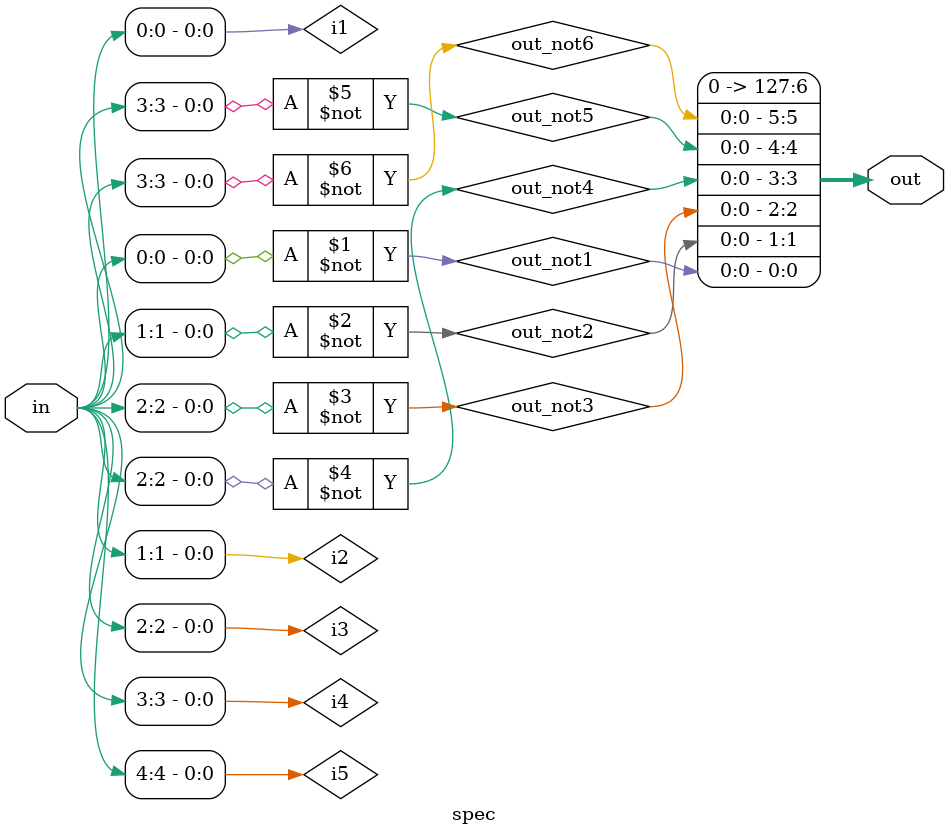
<source format=sv>

module spec (input logic [127:0] in,
	     output wire [127:0] out);

  wire i5, i4, i3, i2, i1;

  assign {i5, i4, i3, i2, i1} = in;

  wire out_not1, out_not2, out_not3, out_not4, out_not5, out_not6;

  not(out_not1, i1);
  not mynot(out_not2, i2);
  not(out_not3, out_not4, i3);
  not mynot2 (out_not5, out_not6, i4);

  assign out = {
	       out_not6, out_not5, out_not4, out_not3, out_not2, out_not1
	       };

endmodule // spec

</source>
